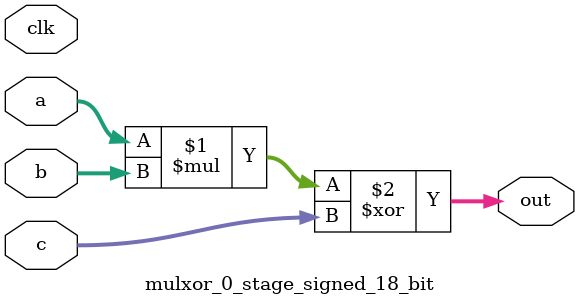
<source format=sv>
(* use_dsp = "yes" *) module mulxor_0_stage_signed_18_bit(
	input signed [17:0] a,
	input signed [17:0] b,
	input signed [17:0] c,
	output [17:0] out,
	input clk);

	assign out = (a * b) ^ c;
endmodule

</source>
